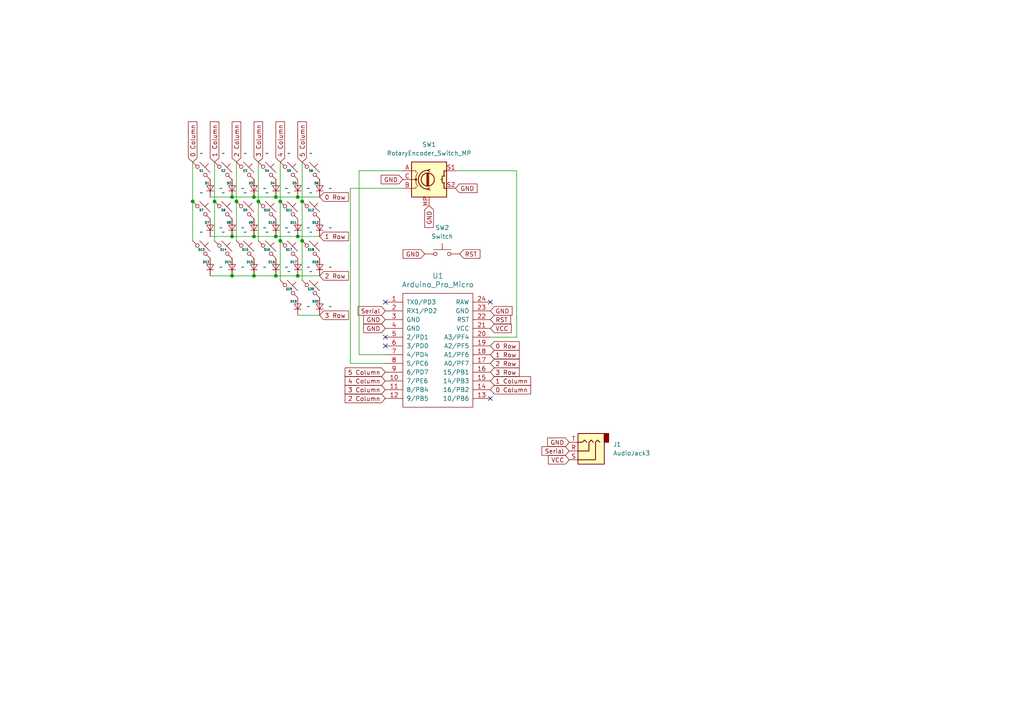
<source format=kicad_sch>
(kicad_sch (version 20250114) (generator "eeschema") (generator_version "9.0")
  (paper "A4")
  (lib_symbols
    (symbol "Connector_Audio:AudioJack3"
      (property "Reference" "J" (at 0 8.89 0))
      (property "Value" "AudioJack3" (at 0 6.35 0))
      (symbol "AudioJack3_0_1"
        (rectangle (start -5.08 -5.08) (end -6.35 -2.54) (stroke (width 0.254)) (fill (type outline)))
        (polyline (pts (xy -1.905 -2.54) (xy -1.27 -3.175) (xy -0.635 -2.54) (xy -0.635 0) (xy 2.54 0)) (stroke (width 0.254)))
        (polyline (pts (xy 0 -2.54) (xy 0.635 -3.175) (xy 1.27 -2.54) (xy 2.54 -2.54)) (stroke (width 0.254)))
        (rectangle (start 2.54 3.81) (end -5.08 -5.08) (stroke (width 0.254)) (fill (type background)))
        (polyline (pts (xy 2.54 2.54) (xy -2.54 2.54) (xy -2.54 -2.54) (xy -3.175 -3.175) (xy -3.81 -2.54)) (stroke (width 0.254)))
      )
      (symbol "AudioJack3_1_1"
        (pin passive line (at 5.08 2.54 180) (length 2.54) (name "~") (number "S"))
        (pin passive line (at 5.08 0 180) (length 2.54) (name "~") (number "R"))
        (pin passive line (at 5.08 -2.54 180) (length 2.54) (name "~") (number "T"))
      )
    )
    (symbol "Device:RotaryEncoder_Switch_MP" (pin_names (offset 0.254) (hide yes))
      (property "Reference" "SW" (at 0 8.89 0))
      (property "Value" "RotaryEncoder_Switch_MP" (at 0 6.35 0))
      (symbol "RotaryEncoder_Switch_MP_0_1"
        (rectangle (start -5.08 5.08) (end 5.08 -5.08) (stroke (width 0.254)) (fill (type background)))
        (polyline (pts (xy -5.08 2.54) (xy -3.81 2.54) (xy -3.81 2.032)))
        (polyline (pts (xy -5.08 0) (xy -3.81 0) (xy -3.81 -1.016) (xy -3.302 -2.032)))
        (polyline (pts (xy -5.08 -2.54) (xy -3.81 -2.54) (xy -3.81 -2.032)))
        (polyline (pts (xy -4.318 0) (xy -3.81 0) (xy -3.81 1.016) (xy -3.302 2.032)))
        (circle (center -3.81 0) (radius 0.254) (fill (type outline)))
        (polyline (pts (xy -0.635 -1.778) (xy -0.635 1.778)) (stroke (width 0.254)))
        (circle (center -0.381 0) (radius 1.905) (stroke (width 0.254)))
        (polyline (pts (xy -0.381 -1.778) (xy -0.381 1.778)) (stroke (width 0.254)))
        (arc (start -0.381 -2.794) (mid -3.0988 -0.0635) (end -0.381 2.667) (stroke (width 0.254)))
        (polyline (pts (xy -0.127 1.778) (xy -0.127 -1.778)) (stroke (width 0.254)))
        (polyline (pts (xy 0.254 2.921) (xy -0.508 2.667) (xy 0.127 2.286)) (stroke (width 0.254)))
        (polyline (pts (xy 0.254 -3.048) (xy -0.508 -2.794) (xy 0.127 -2.413)) (stroke (width 0.254)))
        (polyline (pts (xy 3.81 1.016) (xy 3.81 -1.016)) (stroke (width 0.254)))
        (polyline (pts (xy 3.81 0) (xy 3.429 0)) (stroke (width 0.254)))
        (circle (center 4.318 1.016) (radius 0.127) (stroke (width 0.254)))
        (circle (center 4.318 -1.016) (radius 0.127) (stroke (width 0.254)))
        (polyline (pts (xy 5.08 2.54) (xy 4.318 2.54) (xy 4.318 1.016)) (stroke (width 0.254)))
        (polyline (pts (xy 5.08 -2.54) (xy 4.318 -2.54) (xy 4.318 -1.016)) (stroke (width 0.254)))
      )
      (symbol "RotaryEncoder_Switch_MP_1_1"
        (pin passive line (at -7.62 2.54 0) (length 2.54) (name "A") (number "A"))
        (pin passive line (at -7.62 0 0) (length 2.54) (name "C") (number "C"))
        (pin passive line (at -7.62 -2.54 0) (length 2.54) (name "B") (number "B"))
        (pin passive line (at 0 -7.62 90) (length 2.54) (name "MP") (number "MP"))
        (pin passive line (at 7.62 2.54 180) (length 2.54) (name "S1") (number "S1"))
        (pin passive line (at 7.62 -2.54 180) (length 2.54) (name "S2") (number "S2"))
      )
    )
    (symbol "ScottoKeebs:MCU_Arduino_Pro_Micro" (pin_names (offset 1.016))
      (property "Reference" "U" (at 0 0 0))
      (property "Value" "Arduino_Pro_Micro" (at 0 -19.05 0))
      (symbol "MCU_Arduino_Pro_Micro_0_1"
        (rectangle (start -10.16 16.51) (end 10.16 -16.51))
      )
      (symbol "MCU_Arduino_Pro_Micro_1_1"
        (pin input line (at -15.24 13.97 0) (length 5.08) (name "TX0/PD3") (number "1"))
        (pin input line (at -15.24 11.43 0) (length 5.08) (name "RX1/PD2") (number "2"))
        (pin input line (at -15.24 8.89 0) (length 5.08) (name "GND") (number "3"))
        (pin input line (at -15.24 6.35 0) (length 5.08) (name "GND") (number "4"))
        (pin input line (at -15.24 3.81 0) (length 5.08) (name "2/PD1") (number "5"))
        (pin input line (at -15.24 1.27 0) (length 5.08) (name "3/PD0") (number "6"))
        (pin input line (at -15.24 -1.27 0) (length 5.08) (name "4/PD4") (number "7"))
        (pin input line (at -15.24 -3.81 0) (length 5.08) (name "5/PC6") (number "8"))
        (pin input line (at -15.24 -6.35 0) (length 5.08) (name "6/PD7") (number "9"))
        (pin input line (at -15.24 -8.89 0) (length 5.08) (name "7/PE6") (number "10"))
        (pin input line (at -15.24 -11.43 0) (length 5.08) (name "8/PB4") (number "11"))
        (pin input line (at -15.24 -13.97 0) (length 5.08) (name "9/PB5") (number "12"))
        (pin input line (at 15.24 13.97 180) (length 5.08) (name "RAW") (number "24"))
        (pin input line (at 15.24 11.43 180) (length 5.08) (name "GND") (number "23"))
        (pin input line (at 15.24 8.89 180) (length 5.08) (name "RST") (number "22"))
        (pin input line (at 15.24 6.35 180) (length 5.08) (name "VCC") (number "21"))
        (pin input line (at 15.24 3.81 180) (length 5.08) (name "A3/PF4") (number "20"))
        (pin input line (at 15.24 1.27 180) (length 5.08) (name "A2/PF5") (number "19"))
        (pin input line (at 15.24 -1.27 180) (length 5.08) (name "A1/PF6") (number "18"))
        (pin input line (at 15.24 -3.81 180) (length 5.08) (name "A0/PF7") (number "17"))
        (pin input line (at 15.24 -6.35 180) (length 5.08) (name "15/PB1") (number "16"))
        (pin input line (at 15.24 -8.89 180) (length 5.08) (name "14/PB3") (number "15"))
        (pin input line (at 15.24 -11.43 180) (length 5.08) (name "16/PB2") (number "14"))
        (pin input line (at 15.24 -13.97 180) (length 5.08) (name "10/PB6") (number "13"))
      )
    )
    (symbol "ScottoKeebs:Placeholder_Diode" (pin_numbers (hide yes)) (pin_names (hide yes))
      (property "Reference" "D" (at -0.15 1.066 0))
      (symbol "Placeholder_Diode_0_1"
        (polyline (pts (xy 0 -0.762) (xy 0 0.762)))
      )
      (symbol "Placeholder_Diode_1_1"
        (polyline (pts (xy 1.016 0.762) (xy 0 -0.762) (xy -1.016 0.762) (xy 1.016 0.762)) (stroke (width 0.1524)))
        (polyline (pts (xy 1.016 -0.762) (xy -1.016 -0.762)) (stroke (width 0.1524)))
        (pin passive line (at 0 2.54 270) (length 1.778) (name "A") (number "2"))
        (pin passive line (at 0 -2.54 90) (length 1.778) (name "K") (number "1"))
      )
    )
    (symbol "ScottoKeebs:Placeholder_Keyswitch" (pin_numbers (hide yes)) (pin_names (offset 1.016) (hide yes))
      (property "Reference" "S" (at 0 0 0))
      (symbol "Placeholder_Keyswitch_0_1"
        (polyline (pts (xy -2.54 2.54) (xy -1.524 1.524) (xy -1.524 1.524)))
        (circle (center -1.1684 1.1684) (radius 0.508))
        (polyline (pts (xy -0.508 2.54) (xy 2.54 -0.508)))
        (polyline (pts (xy 1.016 1.016) (xy 2.032 2.032)))
        (circle (center 1.143 -1.1938) (radius 0.508))
        (polyline (pts (xy 1.524 -1.524) (xy 2.54 -2.54) (xy 2.54 -2.54) (xy 2.54 -2.54)))
        (pin passive line (at -2.54 2.54 0) (length 0) (name "1") (number "1"))
        (pin passive line (at 2.54 -2.54 180) (length 0) (name "2") (number "2"))
      )
    )
    (symbol "ScottoKeebs:Placeholder_Switch" (pin_numbers (hide yes)) (pin_names (offset 1.016) (hide yes))
      (property "Reference" "SW" (at 1.27 2.54 0))
      (property "Value" "Switch" (at 0 -1.524 0))
      (symbol "Placeholder_Switch_0_1"
        (circle (center -2.032 0) (radius 0.508))
        (polyline (pts (xy 0 1.27) (xy 0 3.048)))
        (circle (center 2.032 0) (radius 0.508))
        (polyline (pts (xy 2.54 1.27) (xy -2.54 1.27)))
        (pin passive line (at -5.08 0 0) (length 2.54) (name "1") (number "1"))
        (pin passive line (at 5.08 0 180) (length 2.54) (name "2") (number "2"))
      )
    )
  )
  (junction (at 87.63 58.42))
  (junction (at 67.31 68.58))
  (junction (at 81.28 69.85))
  (junction (at 68.58 58.42))
  (junction (at 80.01 68.58))
  (junction (at 86.36 68.58))
  (junction (at 73.66 57.15))
  (junction (at 55.88 58.42))
  (junction (at 74.93 58.42))
  (junction (at 67.31 57.15))
  (junction (at 67.31 80.01))
  (junction (at 73.66 80.01))
  (junction (at 80.01 57.15))
  (junction (at 73.66 68.58))
  (junction (at 87.63 69.85))
  (junction (at 80.01 80.01))
  (junction (at 86.36 57.15))
  (junction (at 81.28 58.42))
  (junction (at 62.23 58.42))
  (junction (at 86.36 80.01))
  (no_connect (at 111.76 100.33))
  (no_connect (at 142.24 87.63))
  (no_connect (at 111.76 97.79))
  (no_connect (at 111.76 87.63))
  (no_connect (at 142.24 115.57))
  (wire (pts (xy 60.96 68.58) (xy 67.31 68.58)))
  (wire (pts (xy 62.23 58.42) (xy 62.23 69.85)))
  (wire (pts (xy 87.63 46.99) (xy 87.63 58.42)))
  (wire (pts (xy 80.01 68.58) (xy 86.36 68.58)))
  (wire (pts (xy 81.28 69.85) (xy 81.28 81.28)))
  (wire (pts (xy 62.23 46.99) (xy 62.23 58.42)))
  (wire (pts (xy 73.66 80.01) (xy 80.01 80.01)))
  (wire (pts (xy 101.6 105.41) (xy 111.76 105.41)))
  (wire (pts (xy 86.36 80.01) (xy 92.71 80.01)))
  (wire (pts (xy 74.93 46.99) (xy 74.93 58.42)))
  (wire (pts (xy 87.63 69.85) (xy 87.63 81.28)))
  (wire (pts (xy 86.36 68.58) (xy 92.71 68.58)))
  (wire (pts (xy 80.01 57.15) (xy 86.36 57.15)))
  (wire (pts (xy 60.96 57.15) (xy 67.31 57.15)))
  (wire (pts (xy 132.08 49.53) (xy 149.86 49.53)))
  (wire (pts (xy 104.14 102.87) (xy 111.76 102.87)))
  (wire (pts (xy 86.36 91.44) (xy 92.71 91.44)))
  (wire (pts (xy 81.28 46.99) (xy 81.28 58.42)))
  (wire (pts (xy 68.58 58.42) (xy 68.58 69.85)))
  (wire (pts (xy 73.66 68.58) (xy 80.01 68.58)))
  (wire (pts (xy 67.31 57.15) (xy 73.66 57.15)))
  (wire (pts (xy 74.93 58.42) (xy 74.93 69.85)))
  (wire (pts (xy 55.88 58.42) (xy 55.88 69.85)))
  (wire (pts (xy 101.6 54.61) (xy 101.6 105.41)))
  (wire (pts (xy 86.36 57.15) (xy 92.71 57.15)))
  (wire (pts (xy 67.31 68.58) (xy 73.66 68.58)))
  (wire (pts (xy 87.63 58.42) (xy 87.63 69.85)))
  (wire (pts (xy 55.88 46.99) (xy 55.88 58.42)))
  (wire (pts (xy 116.84 49.53) (xy 104.14 49.53)))
  (wire (pts (xy 73.66 57.15) (xy 80.01 57.15)))
  (wire (pts (xy 149.86 49.53) (xy 149.86 97.79)))
  (wire (pts (xy 104.14 49.53) (xy 104.14 102.87)))
  (wire (pts (xy 67.31 80.01) (xy 73.66 80.01)))
  (wire (pts (xy 68.58 46.99) (xy 68.58 58.42)))
  (wire (pts (xy 60.96 80.01) (xy 67.31 80.01)))
  (wire (pts (xy 116.84 54.61) (xy 101.6 54.61)))
  (wire (pts (xy 80.01 80.01) (xy 86.36 80.01)))
  (wire (pts (xy 81.28 58.42) (xy 81.28 69.85)))
  (wire (pts (xy 149.86 97.79) (xy 142.24 97.79)))
  (global_label "VCC" (shape input) (at 142.24 95.25 0) (property "Intersheetrefs" "${INTERSHEET_REFS}" (effects (hide yes))))
  (global_label "0 Row" (shape input) (at 92.71 57.15 0) (property "Intersheetrefs" "${INTERSHEET_REFS}" (effects (hide yes))))
  (global_label "GND" (shape input) (at 124.46 59.69 270) (property "Intersheetrefs" "${INTERSHEET_REFS}" (effects (hide yes))))
  (global_label "0 Column" (shape input) (at 55.88 46.99 90) (property "Intersheetrefs" "${INTERSHEET_REFS}" (effects (hide yes))))
  (global_label "GND" (shape input) (at 111.76 95.25 180) (property "Intersheetrefs" "${INTERSHEET_REFS}" (effects (hide yes))))
  (global_label "1 Column" (shape input) (at 62.23 46.99 90) (property "Intersheetrefs" "${INTERSHEET_REFS}" (effects (hide yes))))
  (global_label "3 Column" (shape input) (at 74.93 46.99 90) (property "Intersheetrefs" "${INTERSHEET_REFS}" (effects (hide yes))))
  (global_label "VCC" (shape input) (at 165.1 133.35 180) (property "Intersheetrefs" "${INTERSHEET_REFS}" (effects (hide yes))))
  (global_label "GND" (shape input) (at 132.08 54.61 0) (property "Intersheetrefs" "${INTERSHEET_REFS}" (effects (hide yes))))
  (global_label "5 Column" (shape input) (at 87.63 46.99 90) (property "Intersheetrefs" "${INTERSHEET_REFS}" (effects (hide yes))))
  (global_label "RST" (shape input) (at 142.24 92.71 0) (property "Intersheetrefs" "${INTERSHEET_REFS}" (effects (hide yes))))
  (global_label "0 Column" (shape input) (at 142.24 113.03 0) (property "Intersheetrefs" "${INTERSHEET_REFS}" (effects (hide yes))))
  (global_label "2 Column" (shape input) (at 68.58 46.99 90) (property "Intersheetrefs" "${INTERSHEET_REFS}" (effects (hide yes))))
  (global_label "1 Row" (shape input) (at 142.24 102.87 0) (property "Intersheetrefs" "${INTERSHEET_REFS}" (effects (hide yes))))
  (global_label "1 Row" (shape input) (at 92.71 68.58 0) (property "Intersheetrefs" "${INTERSHEET_REFS}" (effects (hide yes))))
  (global_label "3 Column" (shape input) (at 111.76 113.03 180) (property "Intersheetrefs" "${INTERSHEET_REFS}" (effects (hide yes))))
  (global_label "GND" (shape input) (at 165.1 128.27 180) (property "Intersheetrefs" "${INTERSHEET_REFS}" (effects (hide yes))))
  (global_label "4 Column" (shape input) (at 111.76 110.49 180) (property "Intersheetrefs" "${INTERSHEET_REFS}" (effects (hide yes))))
  (global_label "GND" (shape input) (at 116.84 52.07 180) (property "Intersheetrefs" "${INTERSHEET_REFS}" (effects (hide yes))))
  (global_label "RST" (shape input) (at 133.35 73.66 0) (property "Intersheetrefs" "${INTERSHEET_REFS}" (effects (hide yes))))
  (global_label "1 Column" (shape input) (at 142.24 110.49 0) (property "Intersheetrefs" "${INTERSHEET_REFS}" (effects (hide yes))))
  (global_label "2 Row" (shape input) (at 92.71 80.01 0) (property "Intersheetrefs" "${INTERSHEET_REFS}" (effects (hide yes))))
  (global_label "0 Row" (shape input) (at 142.24 100.33 0) (property "Intersheetrefs" "${INTERSHEET_REFS}" (effects (hide yes))))
  (global_label "4 Column" (shape input) (at 81.28 46.99 90) (property "Intersheetrefs" "${INTERSHEET_REFS}" (effects (hide yes))))
  (global_label "3 Row" (shape input) (at 92.71 91.44 0) (property "Intersheetrefs" "${INTERSHEET_REFS}" (effects (hide yes))))
  (global_label "GND" (shape input) (at 142.24 90.17 0) (property "Intersheetrefs" "${INTERSHEET_REFS}" (effects (hide yes))))
  (global_label "Serial" (shape input) (at 165.1 130.81 180) (property "Intersheetrefs" "${INTERSHEET_REFS}" (effects (hide yes))))
  (global_label "2 Column" (shape input) (at 111.76 115.57 180) (property "Intersheetrefs" "${INTERSHEET_REFS}" (effects (hide yes))))
  (global_label "5 Column" (shape input) (at 111.76 107.95 180) (property "Intersheetrefs" "${INTERSHEET_REFS}" (effects (hide yes))))
  (global_label "Serial" (shape input) (at 111.76 90.17 180) (property "Intersheetrefs" "${INTERSHEET_REFS}" (effects (hide yes))))
  (global_label "GND" (shape input) (at 111.76 92.71 180) (property "Intersheetrefs" "${INTERSHEET_REFS}" (effects (hide yes))))
  (global_label "GND" (shape input) (at 123.19 73.66 180) (property "Intersheetrefs" "${INTERSHEET_REFS}" (effects (hide yes))))
  (global_label "3 Row" (shape input) (at 142.24 107.95 0) (property "Intersheetrefs" "${INTERSHEET_REFS}" (effects (hide yes))))
  (global_label "2 Row" (shape input) (at 142.24 105.41 0) (property "Intersheetrefs" "${INTERSHEET_REFS}" (effects (hide yes))))
  (symbol (lib_id "ScottoKeebs:Placeholder_Keyswitch") (at 77.47 60.96 0) (unit 1)
    (property "Reference" "S10" (at 77.47 60.96 0) (effects (font (size 0.635 0.635) (thickness 0.127) (bold yes))))
    (property "Value" "~" (at 77.47 55.88 0))
    (property "Footprint" "ScottoKeebs_Hotswap:Hotswap_Choc_V1" (effects (hide yes)))
  )
  (symbol (lib_id "Device:RotaryEncoder_Switch_MP") (at 124.46 52.07 0) (unit 1)
    (property "Reference" "SW1" (at 124.46 41.91 0))
    (property "Value" "RotaryEncoder_Switch_MP" (at 124.46 44.45 0))
    (property "Footprint" "Rotary_Encoder:RotaryEncoder_Alps_EC11E-Switch_Vertical_H20mm" (effects (hide yes)))
    (property "Description" "Rotary encoder, dual channel, incremental quadrate outputs, with switch and MP Pin" (effects (hide yes)))
  )
  (symbol (lib_id "ScottoKeebs:Placeholder_Diode") (at 67.31 66.04 0) (unit 1)
    (property "Reference" "D8" (at 67.16 64.974 0) (effects (font (size 0.635 0.635) (thickness 0.127) (bold yes)) (justify right bottom)))
    (property "Value" "~" (at 69.85 66.0399 0) (effects (justify left)))
    (property "Footprint" "Diode_SMD:D_SOD-123" (effects (hide yes)))
  )
  (symbol (lib_id "ScottoKeebs:Placeholder_Diode") (at 80.01 77.47 0) (unit 1)
    (property "Reference" "D16" (at 79.86 76.404 0) (effects (font (size 0.635 0.635) (thickness 0.127) (bold yes)) (justify right bottom)))
    (property "Value" "~" (at 82.55 77.4699 0) (effects (justify left)))
    (property "Footprint" "Diode_SMD:D_SOD-123" (effects (hide yes)))
  )
  (symbol (lib_id "ScottoKeebs:Placeholder_Diode") (at 73.66 66.04 0) (unit 1)
    (property "Reference" "D9" (at 73.51 64.974 0) (effects (font (size 0.635 0.635) (thickness 0.127) (bold yes)) (justify right bottom)))
    (property "Value" "~" (at 76.2 66.0399 0) (effects (justify left)))
    (property "Footprint" "Diode_SMD:D_SOD-123" (effects (hide yes)))
  )
  (symbol (lib_id "ScottoKeebs:Placeholder_Diode") (at 73.66 54.61 0) (unit 1)
    (property "Reference" "D3" (at 73.51 53.544 0) (effects (font (size 0.635 0.635) (thickness 0.127) (bold yes)) (justify right bottom)))
    (property "Value" "~" (at 76.2 54.6099 0) (effects (justify left)))
    (property "Footprint" "Diode_SMD:D_SOD-123" (effects (hide yes)))
  )
  (symbol (lib_id "ScottoKeebs:Placeholder_Keyswitch") (at 90.17 72.39 0) (unit 1)
    (property "Reference" "S18" (at 90.17 72.39 0) (effects (font (size 0.635 0.635) (thickness 0.127) (bold yes))))
    (property "Value" "~" (at 90.17 67.31 0))
    (property "Footprint" "ScottoKeebs_Hotswap:Hotswap_Choc_V1" (effects (hide yes)))
  )
  (symbol (lib_id "ScottoKeebs:Placeholder_Diode") (at 80.01 54.61 0) (unit 1)
    (property "Reference" "D4" (at 79.86 53.544 0) (effects (font (size 0.635 0.635) (thickness 0.127) (bold yes)) (justify right bottom)))
    (property "Value" "~" (at 82.55 54.6099 0) (effects (justify left)))
    (property "Footprint" "Diode_SMD:D_SOD-123" (effects (hide yes)))
  )
  (symbol (lib_id "ScottoKeebs:Placeholder_Diode") (at 92.71 54.61 0) (unit 1)
    (property "Reference" "D6" (at 92.56 53.544 0) (effects (font (size 0.635 0.635) (thickness 0.127) (bold yes)) (justify right bottom)))
    (property "Value" "~" (at 95.25 54.6099 0) (effects (justify left)))
    (property "Footprint" "Diode_SMD:D_SOD-123" (effects (hide yes)))
  )
  (symbol (lib_id "ScottoKeebs:Placeholder_Keyswitch") (at 58.42 49.53 0) (unit 1)
    (property "Reference" "S1" (at 58.42 49.53 0) (effects (font (size 0.635 0.635) (thickness 0.127) (bold yes))))
    (property "Value" "~" (at 58.42 44.45 0))
    (property "Footprint" "ScottoKeebs_Hotswap:Hotswap_Choc_V1" (effects (hide yes)))
  )
  (symbol (lib_id "ScottoKeebs:Placeholder_Keyswitch") (at 90.17 60.96 0) (unit 1)
    (property "Reference" "S12" (at 90.17 60.96 0) (effects (font (size 0.635 0.635) (thickness 0.127) (bold yes))))
    (property "Value" "~" (at 90.17 55.88 0))
    (property "Footprint" "ScottoKeebs_Hotswap:Hotswap_Choc_V1" (effects (hide yes)))
  )
  (symbol (lib_id "ScottoKeebs:Placeholder_Keyswitch") (at 64.77 60.96 0) (unit 1)
    (property "Reference" "S8" (at 64.77 60.96 0) (effects (font (size 0.635 0.635) (thickness 0.127) (bold yes))))
    (property "Value" "~" (at 64.77 55.88 0))
    (property "Footprint" "ScottoKeebs_Hotswap:Hotswap_Choc_V1" (effects (hide yes)))
  )
  (symbol (lib_id "ScottoKeebs:Placeholder_Diode") (at 60.96 66.04 0) (unit 1)
    (property "Reference" "D7" (at 60.81 64.974 0) (effects (font (size 0.635 0.635) (thickness 0.127) (bold yes)) (justify right bottom)))
    (property "Value" "~" (at 63.5 66.0399 0) (effects (justify left)))
    (property "Footprint" "Diode_SMD:D_SOD-123" (effects (hide yes)))
  )
  (symbol (lib_id "ScottoKeebs:Placeholder_Diode") (at 86.36 66.04 0) (unit 1)
    (property "Reference" "D11" (at 86.21 64.974 0) (effects (font (size 0.635 0.635) (thickness 0.127) (bold yes)) (justify right bottom)))
    (property "Value" "~" (at 88.9 66.0399 0) (effects (justify left)))
    (property "Footprint" "Diode_SMD:D_SOD-123" (effects (hide yes)))
  )
  (symbol (lib_id "ScottoKeebs:MCU_Arduino_Pro_Micro") (at 127 101.6 0) (unit 1)
    (property "Reference" "U1" (at 127 80.01 0) (effects (font (size 1.524 1.524))))
    (property "Value" "Arduino_Pro_Micro" (at 127 82.55 0) (effects (font (size 1.524 1.524))))
    (property "Footprint" "Arduino:Sparkfun_Pro_Micro" (effects (hide yes)))
  )
  (symbol (lib_id "ScottoKeebs:Placeholder_Switch") (at 128.27 73.66 0) (unit 1)
    (property "Reference" "SW2" (at 128.27 66.04 0))
    (property "Value" "Switch" (at 128.27 68.58 0))
    (property "Footprint" "ScottoKeebs_Components:Button_MJTP1243" (effects (hide yes)))
    (property "Description" "Push button switch, generic, two pins" (effects (hide yes)))
  )
  (symbol (lib_id "ScottoKeebs:Placeholder_Diode") (at 92.71 77.47 0) (unit 1)
    (property "Reference" "D18" (at 92.56 76.404 0) (effects (font (size 0.635 0.635) (thickness 0.127) (bold yes)) (justify right bottom)))
    (property "Value" "~" (at 95.25 77.4699 0) (effects (justify left)))
    (property "Footprint" "Diode_SMD:D_SOD-123" (effects (hide yes)))
  )
  (symbol (lib_id "ScottoKeebs:Placeholder_Keyswitch") (at 64.77 72.39 0) (unit 1)
    (property "Reference" "S14" (at 64.77 72.39 0) (effects (font (size 0.635 0.635) (thickness 0.127) (bold yes))))
    (property "Value" "~" (at 64.77 67.31 0))
    (property "Footprint" "ScottoKeebs_Hotswap:Hotswap_Choc_V1" (effects (hide yes)))
  )
  (symbol (lib_id "ScottoKeebs:Placeholder_Keyswitch") (at 77.47 72.39 0) (unit 1)
    (property "Reference" "S16" (at 77.47 72.39 0) (effects (font (size 0.635 0.635) (thickness 0.127) (bold yes))))
    (property "Value" "~" (at 77.47 67.31 0))
    (property "Footprint" "ScottoKeebs_Hotswap:Hotswap_Choc_V1" (effects (hide yes)))
  )
  (symbol (lib_id "ScottoKeebs:Placeholder_Diode") (at 86.36 54.61 0) (unit 1)
    (property "Reference" "D5" (at 86.21 53.544 0) (effects (font (size 0.635 0.635) (thickness 0.127) (bold yes)) (justify right bottom)))
    (property "Value" "~" (at 88.9 54.6099 0) (effects (justify left)))
    (property "Footprint" "Diode_SMD:D_SOD-123" (effects (hide yes)))
  )
  (symbol (lib_id "ScottoKeebs:Placeholder_Keyswitch") (at 83.82 72.39 0) (unit 1)
    (property "Reference" "S17" (at 83.82 72.39 0) (effects (font (size 0.635 0.635) (thickness 0.127) (bold yes))))
    (property "Value" "~" (at 83.82 67.31 0))
    (property "Footprint" "ScottoKeebs_Hotswap:Hotswap_Choc_V1" (effects (hide yes)))
  )
  (symbol (lib_id "ScottoKeebs:Placeholder_Keyswitch") (at 71.12 49.53 0) (unit 1)
    (property "Reference" "S3" (at 71.12 49.53 0) (effects (font (size 0.635 0.635) (thickness 0.127) (bold yes))))
    (property "Value" "~" (at 71.12 44.45 0))
    (property "Footprint" "ScottoKeebs_Hotswap:Hotswap_Choc_V1" (effects (hide yes)))
  )
  (symbol (lib_id "ScottoKeebs:Placeholder_Diode") (at 60.96 54.61 0) (unit 1)
    (property "Reference" "D1" (at 60.81 53.544 0) (effects (font (size 0.635 0.635) (thickness 0.127) (bold yes)) (justify right bottom)))
    (property "Value" "~" (at 63.5 54.6099 0) (effects (justify left)))
    (property "Footprint" "Diode_SMD:D_SOD-123" (effects (hide yes)))
  )
  (symbol (lib_id "ScottoKeebs:Placeholder_Keyswitch") (at 71.12 60.96 0) (unit 1)
    (property "Reference" "S9" (at 71.12 60.96 0) (effects (font (size 0.635 0.635) (thickness 0.127) (bold yes))))
    (property "Value" "~" (at 71.12 55.88 0))
    (property "Footprint" "ScottoKeebs_Hotswap:Hotswap_Choc_V1" (effects (hide yes)))
  )
  (symbol (lib_id "ScottoKeebs:Placeholder_Keyswitch") (at 90.17 83.82 0) (unit 1)
    (property "Reference" "S20" (at 90.17 83.82 0) (effects (font (size 0.635 0.635) (thickness 0.127) (bold yes))))
    (property "Value" "~" (at 90.17 78.74 0))
    (property "Footprint" "ScottoKeebs_Hotswap:Hotswap_Choc_V1" (effects (hide yes)))
  )
  (symbol (lib_id "ScottoKeebs:Placeholder_Diode") (at 60.96 77.47 0) (unit 1)
    (property "Reference" "D13" (at 60.81 76.404 0) (effects (font (size 0.635 0.635) (thickness 0.127) (bold yes)) (justify right bottom)))
    (property "Value" "~" (at 63.5 77.4699 0) (effects (justify left)))
    (property "Footprint" "Diode_SMD:D_SOD-123" (effects (hide yes)))
  )
  (symbol (lib_id "ScottoKeebs:Placeholder_Diode") (at 80.01 66.04 0) (unit 1)
    (property "Reference" "D10" (at 79.86 64.974 0) (effects (font (size 0.635 0.635) (thickness 0.127) (bold yes)) (justify right bottom)))
    (property "Value" "~" (at 82.55 66.0399 0) (effects (justify left)))
    (property "Footprint" "Diode_SMD:D_SOD-123" (effects (hide yes)))
  )
  (symbol (lib_id "ScottoKeebs:Placeholder_Keyswitch") (at 77.47 49.53 0) (unit 1)
    (property "Reference" "S4" (at 77.47 49.53 0) (effects (font (size 0.635 0.635) (thickness 0.127) (bold yes))))
    (property "Value" "~" (at 77.47 44.45 0))
    (property "Footprint" "ScottoKeebs_Hotswap:Hotswap_Choc_V1" (effects (hide yes)))
  )
  (symbol (lib_id "ScottoKeebs:Placeholder_Keyswitch") (at 83.82 83.82 0) (unit 1)
    (property "Reference" "S19" (at 83.82 83.82 0) (effects (font (size 0.635 0.635) (thickness 0.127) (bold yes))))
    (property "Value" "~" (at 83.82 78.74 0))
    (property "Footprint" "ScottoKeebs_Hotswap:Hotswap_Choc_V1" (effects (hide yes)))
  )
  (symbol (lib_id "ScottoKeebs:Placeholder_Keyswitch") (at 64.77 49.53 0) (unit 1)
    (property "Reference" "S2" (at 64.77 49.53 0) (effects (font (size 0.635 0.635) (thickness 0.127) (bold yes))))
    (property "Value" "~" (at 64.77 44.45 0))
    (property "Footprint" "ScottoKeebs_Hotswap:Hotswap_Choc_V1" (effects (hide yes)))
  )
  (symbol (lib_id "ScottoKeebs:Placeholder_Diode") (at 67.31 54.61 0) (unit 1)
    (property "Reference" "D2" (at 67.16 53.544 0) (effects (font (size 0.635 0.635) (thickness 0.127) (bold yes)) (justify right bottom)))
    (property "Value" "~" (at 69.85 54.6099 0) (effects (justify left)))
    (property "Footprint" "Diode_SMD:D_SOD-123" (effects (hide yes)))
  )
  (symbol (lib_id "ScottoKeebs:Placeholder_Diode") (at 92.71 66.04 0) (unit 1)
    (property "Reference" "D12" (at 92.56 64.974 0) (effects (font (size 0.635 0.635) (thickness 0.127) (bold yes)) (justify right bottom)))
    (property "Value" "~" (at 95.25 66.0399 0) (effects (justify left)))
    (property "Footprint" "Diode_SMD:D_SOD-123" (effects (hide yes)))
  )
  (symbol (lib_id "ScottoKeebs:Placeholder_Keyswitch") (at 90.17 49.53 0) (unit 1)
    (property "Reference" "S6" (at 90.17 49.53 0) (effects (font (size 0.635 0.635) (thickness 0.127) (bold yes))))
    (property "Value" "~" (at 90.17 44.45 0))
    (property "Footprint" "ScottoKeebs_Hotswap:Hotswap_Choc_V1" (effects (hide yes)))
  )
  (symbol (lib_id "ScottoKeebs:Placeholder_Diode") (at 73.66 77.47 0) (unit 1)
    (property "Reference" "D15" (at 73.51 76.404 0) (effects (font (size 0.635 0.635) (thickness 0.127) (bold yes)) (justify right bottom)))
    (property "Value" "~" (at 76.2 77.4699 0) (effects (justify left)))
    (property "Footprint" "Diode_SMD:D_SOD-123" (effects (hide yes)))
  )
  (symbol (lib_id "ScottoKeebs:Placeholder_Diode") (at 86.36 77.47 0) (unit 1)
    (property "Reference" "D17" (at 86.21 76.404 0) (effects (font (size 0.635 0.635) (thickness 0.127) (bold yes)) (justify right bottom)))
    (property "Value" "~" (at 88.9 77.4699 0) (effects (justify left)))
    (property "Footprint" "Diode_SMD:D_SOD-123" (effects (hide yes)))
  )
  (symbol (lib_id "ScottoKeebs:Placeholder_Keyswitch") (at 83.82 49.53 0) (unit 1)
    (property "Reference" "S5" (at 83.82 49.53 0) (effects (font (size 0.635 0.635) (thickness 0.127) (bold yes))))
    (property "Value" "~" (at 83.82 44.45 0))
    (property "Footprint" "ScottoKeebs_Hotswap:Hotswap_Choc_V1" (effects (hide yes)))
  )
  (symbol (lib_id "ScottoKeebs:Placeholder_Diode") (at 67.31 77.47 0) (unit 1)
    (property "Reference" "D14" (at 67.16 76.404 0) (effects (font (size 0.635 0.635) (thickness 0.127) (bold yes)) (justify right bottom)))
    (property "Value" "~" (at 69.85 77.4699 0) (effects (justify left)))
    (property "Footprint" "Diode_SMD:D_SOD-123" (effects (hide yes)))
  )
  (symbol (lib_id "Connector_Audio:AudioJack3") (at 170.18 130.81 180) (unit 1)
    (property "Reference" "J1" (at 177.8 128.9049 0) (effects (justify right)))
    (property "Value" "AudioJack3" (at 177.8 131.4449 0) (effects (justify right)))
    (property "Footprint" "Connector_Audio:Jack_3.5mm_CUI_SJ1-3533NG_Horizontal_CircularHoles" (effects (hide yes)))
    (property "Description" "Audio Jack, 3 Poles (Stereo / TRS)" (effects (hide yes)))
  )
  (symbol (lib_id "ScottoKeebs:Placeholder_Keyswitch") (at 58.42 72.39 0) (unit 1)
    (property "Reference" "S13" (at 58.42 72.39 0) (effects (font (size 0.635 0.635) (thickness 0.127) (bold yes))))
    (property "Value" "~" (at 58.42 67.31 0))
    (property "Footprint" "ScottoKeebs_Hotswap:Hotswap_Choc_V1" (effects (hide yes)))
  )
  (symbol (lib_id "ScottoKeebs:Placeholder_Diode") (at 86.36 88.9 0) (unit 1)
    (property "Reference" "D19" (at 86.21 87.834 0) (effects (font (size 0.635 0.635) (thickness 0.127) (bold yes)) (justify right bottom)))
    (property "Value" "~" (at 88.9 88.8999 0) (effects (justify left)))
    (property "Footprint" "Diode_SMD:D_SOD-123" (effects (hide yes)))
  )
  (symbol (lib_id "ScottoKeebs:Placeholder_Keyswitch") (at 71.12 72.39 0) (unit 1)
    (property "Reference" "S15" (at 71.12 72.39 0) (effects (font (size 0.635 0.635) (thickness 0.127) (bold yes))))
    (property "Value" "~" (at 71.12 67.31 0))
    (property "Footprint" "ScottoKeebs_Hotswap:Hotswap_Choc_V1" (effects (hide yes)))
  )
  (symbol (lib_id "ScottoKeebs:Placeholder_Diode") (at 92.71 88.9 0) (unit 1)
    (property "Reference" "D20" (at 92.56 87.834 0) (effects (font (size 0.635 0.635) (thickness 0.127) (bold yes)) (justify right bottom)))
    (property "Value" "~" (at 95.25 88.8999 0) (effects (justify left)))
    (property "Footprint" "Diode_SMD:D_SOD-123" (effects (hide yes)))
  )
  (symbol (lib_id "ScottoKeebs:Placeholder_Keyswitch") (at 58.42 60.96 0) (unit 1)
    (property "Reference" "S7" (at 58.42 60.96 0) (effects (font (size 0.635 0.635) (thickness 0.127) (bold yes))))
    (property "Value" "~" (at 58.42 55.88 0))
    (property "Footprint" "ScottoKeebs_Hotswap:Hotswap_Choc_V1" (effects (hide yes)))
  )
  (symbol (lib_id "ScottoKeebs:Placeholder_Keyswitch") (at 83.82 60.96 0) (unit 1)
    (property "Reference" "S11" (at 83.82 60.96 0) (effects (font (size 0.635 0.635) (thickness 0.127) (bold yes))))
    (property "Value" "~" (at 83.82 55.88 0))
    (property "Footprint" "ScottoKeebs_Hotswap:Hotswap_Choc_V1" (effects (hide yes)))
  )
)
</source>
